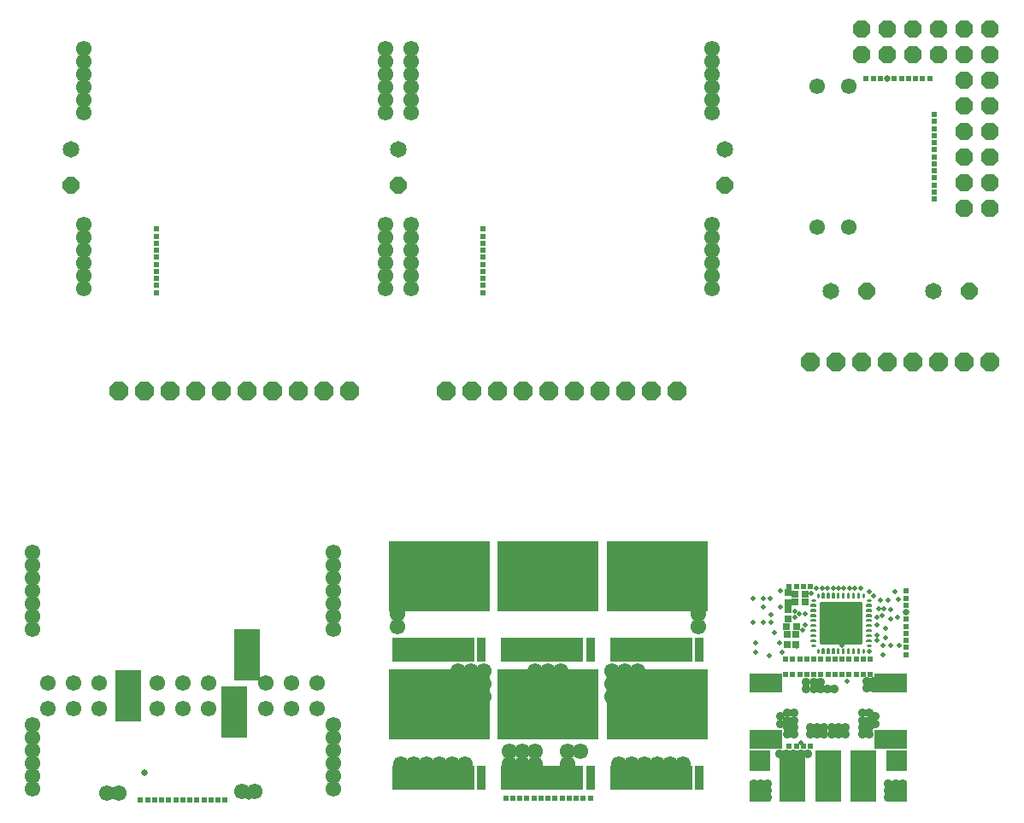
<source format=gbr>
G04 EAGLE Gerber RS-274X export*
G75*
%MOMM*%
%FSLAX34Y34*%
%LPD*%
%INSoldermask Top*%
%IPPOS*%
%AMOC8*
5,1,8,0,0,1.08239X$1,22.5*%
G01*
%ADD10R,3.250800X1.850800*%
%ADD11R,0.650800X0.750800*%
%ADD12R,0.750800X0.650800*%
%ADD13P,1.787026X8X22.500000*%
%ADD14C,1.651000*%
%ADD15C,0.252047*%
%ADD16C,0.270800*%
%ADD17C,0.159772*%
%ADD18R,10.050800X7.050800*%
%ADD19R,0.950800X2.450800*%
%ADD20R,8.150800X2.450800*%
%ADD21C,0.609600*%
%ADD22C,0.660400*%
%ADD23R,2.590800X5.130800*%
%ADD24R,2.050800X2.050800*%
%ADD25C,1.550800*%
%ADD26P,1.869504X8X22.500000*%
%ADD27P,1.869504X8X292.500000*%
%ADD28P,1.979475X8X112.500000*%
%ADD29P,1.787026X8X292.500000*%
%ADD30C,0.504800*%
%ADD31C,0.875800*%
%ADD32C,0.654800*%


D10*
X748665Y175962D03*
X748665Y231962D03*
X872236Y175962D03*
X872236Y231962D03*
D11*
X778019Y312420D03*
X788019Y312420D03*
D12*
X770636Y305165D03*
X770636Y295165D03*
X770636Y312056D03*
X770636Y322056D03*
X770255Y270400D03*
X770255Y280400D03*
X778129Y270400D03*
X778129Y280400D03*
D13*
X849122Y620522D03*
D14*
X813562Y620522D03*
D13*
X950722Y620522D03*
D14*
X915162Y620522D03*
D15*
X842958Y271785D02*
X803470Y271785D01*
X803470Y311273D01*
X842958Y311273D01*
X842958Y271785D01*
X842958Y274179D02*
X803470Y274179D01*
X803470Y276573D02*
X842958Y276573D01*
X842958Y278967D02*
X803470Y278967D01*
X803470Y281361D02*
X842958Y281361D01*
X842958Y283755D02*
X803470Y283755D01*
X803470Y286149D02*
X842958Y286149D01*
X842958Y288543D02*
X803470Y288543D01*
X803470Y290937D02*
X842958Y290937D01*
X842958Y293331D02*
X803470Y293331D01*
X803470Y295725D02*
X842958Y295725D01*
X842958Y298119D02*
X803470Y298119D01*
X803470Y300513D02*
X842958Y300513D01*
X842958Y302907D02*
X803470Y302907D01*
X803470Y305301D02*
X842958Y305301D01*
X842958Y307695D02*
X803470Y307695D01*
X803470Y310089D02*
X842958Y310089D01*
D16*
X797114Y314029D02*
X794314Y314029D01*
D17*
X793759Y309584D02*
X793759Y308474D01*
X793759Y309584D02*
X797669Y309584D01*
X797669Y308474D01*
X793759Y308474D01*
X797669Y304584D02*
X797669Y303474D01*
X793759Y303474D01*
X793759Y304584D01*
X797669Y304584D01*
X797669Y299584D02*
X797669Y298474D01*
X793759Y298474D01*
X793759Y299584D01*
X797669Y299584D01*
X797669Y294584D02*
X797669Y293474D01*
X793759Y293474D01*
X793759Y294584D01*
X797669Y294584D01*
X797669Y289584D02*
X797669Y288474D01*
X793759Y288474D01*
X793759Y289584D01*
X797669Y289584D01*
X797669Y284584D02*
X797669Y283474D01*
X793759Y283474D01*
X793759Y284584D01*
X797669Y284584D01*
X797669Y279584D02*
X797669Y278474D01*
X793759Y278474D01*
X793759Y279584D01*
X797669Y279584D01*
X797669Y274584D02*
X797669Y273474D01*
X793759Y273474D01*
X793759Y274584D01*
X797669Y274584D01*
D16*
X797114Y269029D02*
X794314Y269029D01*
X800714Y265429D02*
X800714Y262629D01*
D17*
X805159Y265984D02*
X806269Y265984D01*
X806269Y262074D01*
X805159Y262074D01*
X805159Y265984D01*
X805159Y263592D02*
X806269Y263592D01*
X806269Y265110D02*
X805159Y265110D01*
X810159Y265984D02*
X811269Y265984D01*
X811269Y262074D01*
X810159Y262074D01*
X810159Y265984D01*
X810159Y263592D02*
X811269Y263592D01*
X811269Y265110D02*
X810159Y265110D01*
X815159Y265984D02*
X816269Y265984D01*
X816269Y262074D01*
X815159Y262074D01*
X815159Y265984D01*
X815159Y263592D02*
X816269Y263592D01*
X816269Y265110D02*
X815159Y265110D01*
X820159Y265984D02*
X821269Y265984D01*
X821269Y262074D01*
X820159Y262074D01*
X820159Y265984D01*
X820159Y263592D02*
X821269Y263592D01*
X821269Y265110D02*
X820159Y265110D01*
X825159Y265984D02*
X826269Y265984D01*
X826269Y262074D01*
X825159Y262074D01*
X825159Y265984D01*
X825159Y263592D02*
X826269Y263592D01*
X826269Y265110D02*
X825159Y265110D01*
X830159Y265984D02*
X831269Y265984D01*
X831269Y262074D01*
X830159Y262074D01*
X830159Y265984D01*
X830159Y263592D02*
X831269Y263592D01*
X831269Y265110D02*
X830159Y265110D01*
X835159Y265984D02*
X836269Y265984D01*
X836269Y262074D01*
X835159Y262074D01*
X835159Y265984D01*
X835159Y263592D02*
X836269Y263592D01*
X836269Y265110D02*
X835159Y265110D01*
X840159Y265984D02*
X841269Y265984D01*
X841269Y262074D01*
X840159Y262074D01*
X840159Y265984D01*
X840159Y263592D02*
X841269Y263592D01*
X841269Y265110D02*
X840159Y265110D01*
D16*
X845714Y265429D02*
X845714Y262629D01*
X849314Y269029D02*
X852114Y269029D01*
D17*
X848759Y273474D02*
X848759Y274584D01*
X852669Y274584D01*
X852669Y273474D01*
X848759Y273474D01*
X848759Y278474D02*
X848759Y279584D01*
X852669Y279584D01*
X852669Y278474D01*
X848759Y278474D01*
X848759Y283474D02*
X848759Y284584D01*
X852669Y284584D01*
X852669Y283474D01*
X848759Y283474D01*
X848759Y288474D02*
X848759Y289584D01*
X852669Y289584D01*
X852669Y288474D01*
X848759Y288474D01*
X848759Y293474D02*
X848759Y294584D01*
X852669Y294584D01*
X852669Y293474D01*
X848759Y293474D01*
X848759Y298474D02*
X848759Y299584D01*
X852669Y299584D01*
X852669Y298474D01*
X848759Y298474D01*
X848759Y303474D02*
X848759Y304584D01*
X852669Y304584D01*
X852669Y303474D01*
X848759Y303474D01*
X848759Y308474D02*
X848759Y309584D01*
X852669Y309584D01*
X852669Y308474D01*
X848759Y308474D01*
D16*
X849314Y314029D02*
X852114Y314029D01*
X845714Y317629D02*
X845714Y320429D01*
D17*
X841269Y317074D02*
X840159Y317074D01*
X840159Y320984D01*
X841269Y320984D01*
X841269Y317074D01*
X841269Y318592D02*
X840159Y318592D01*
X840159Y320110D02*
X841269Y320110D01*
X836269Y317074D02*
X835159Y317074D01*
X835159Y320984D01*
X836269Y320984D01*
X836269Y317074D01*
X836269Y318592D02*
X835159Y318592D01*
X835159Y320110D02*
X836269Y320110D01*
X831269Y317074D02*
X830159Y317074D01*
X830159Y320984D01*
X831269Y320984D01*
X831269Y317074D01*
X831269Y318592D02*
X830159Y318592D01*
X830159Y320110D02*
X831269Y320110D01*
X826269Y317074D02*
X825159Y317074D01*
X825159Y320984D01*
X826269Y320984D01*
X826269Y317074D01*
X826269Y318592D02*
X825159Y318592D01*
X825159Y320110D02*
X826269Y320110D01*
X821269Y317074D02*
X820159Y317074D01*
X820159Y320984D01*
X821269Y320984D01*
X821269Y317074D01*
X821269Y318592D02*
X820159Y318592D01*
X820159Y320110D02*
X821269Y320110D01*
X816269Y317074D02*
X815159Y317074D01*
X815159Y320984D01*
X816269Y320984D01*
X816269Y317074D01*
X816269Y318592D02*
X815159Y318592D01*
X815159Y320110D02*
X816269Y320110D01*
X811269Y317074D02*
X810159Y317074D01*
X810159Y320984D01*
X811269Y320984D01*
X811269Y317074D01*
X811269Y318592D02*
X810159Y318592D01*
X810159Y320110D02*
X811269Y320110D01*
X806269Y317074D02*
X805159Y317074D01*
X805159Y320984D01*
X806269Y320984D01*
X806269Y317074D01*
X806269Y318592D02*
X805159Y318592D01*
X805159Y320110D02*
X806269Y320110D01*
D16*
X800714Y320429D02*
X800714Y317629D01*
D18*
X425196Y338111D03*
D19*
X467196Y265111D03*
D20*
X419196Y265111D03*
D21*
X810451Y255969D03*
X803466Y255969D03*
X796481Y255969D03*
X789496Y255969D03*
X782511Y255969D03*
X775526Y255969D03*
X768541Y255969D03*
X817436Y255969D03*
X824421Y255969D03*
X831406Y255969D03*
X838391Y255969D03*
X845376Y255969D03*
X852361Y255969D03*
X888175Y323279D03*
X888175Y316294D03*
X888175Y309309D03*
D22*
X888175Y302324D03*
D21*
X888175Y295339D03*
X888175Y288354D03*
X888175Y281369D03*
X888175Y274384D03*
X888175Y267399D03*
X888175Y260414D03*
X792988Y327597D03*
X786003Y327597D03*
X779018Y327597D03*
X772033Y327597D03*
X768541Y240919D03*
X775526Y240919D03*
X782511Y240919D03*
X789496Y240919D03*
X796481Y240919D03*
X803466Y240919D03*
X810451Y240919D03*
X817436Y240919D03*
X824421Y240919D03*
X831406Y240919D03*
X838391Y240919D03*
X845376Y240919D03*
X852361Y240919D03*
X772033Y169291D03*
X779018Y169291D03*
X786003Y169291D03*
X792988Y169291D03*
D11*
X788019Y320294D03*
X778019Y320294D03*
X779510Y287782D03*
X769510Y287782D03*
D23*
X775272Y139891D03*
X810451Y139891D03*
X845693Y139891D03*
D24*
X742696Y124460D03*
X878269Y124460D03*
X742696Y155321D03*
X878269Y155321D03*
D21*
X915670Y753872D03*
X915670Y746887D03*
X915670Y739902D03*
X915670Y732917D03*
X915670Y725932D03*
X915670Y718947D03*
X915670Y711962D03*
X915670Y760857D03*
X915670Y767842D03*
X915670Y774827D03*
X915670Y781812D03*
X915670Y788797D03*
X915670Y795782D03*
X848360Y831596D03*
X855345Y831596D03*
X862330Y831596D03*
D22*
X869315Y831596D03*
D21*
X876300Y831596D03*
X883285Y831596D03*
X890270Y831596D03*
X897255Y831596D03*
X904240Y831596D03*
X911225Y831596D03*
D25*
X799592Y684276D03*
X831342Y684276D03*
X799592Y823468D03*
X831342Y823468D03*
D26*
X844042Y855472D03*
X844042Y880872D03*
X869442Y855472D03*
X869442Y880872D03*
X894842Y855472D03*
X894842Y880872D03*
X920242Y855472D03*
X920242Y880872D03*
D27*
X945642Y880872D03*
X971042Y880872D03*
X945642Y855472D03*
X971042Y855472D03*
X945642Y830072D03*
X971042Y830072D03*
X945642Y804672D03*
X971042Y804672D03*
X945642Y779272D03*
X971042Y779272D03*
X945642Y753872D03*
X971042Y753872D03*
X945642Y728472D03*
X971042Y728472D03*
X945642Y703072D03*
X971042Y703072D03*
D28*
X793242Y550672D03*
X818642Y550672D03*
X844042Y550672D03*
X869442Y550672D03*
X894842Y550672D03*
X920242Y550672D03*
X945642Y550672D03*
X971042Y550672D03*
D29*
X384556Y725932D03*
D14*
X384556Y761492D03*
D29*
X708406Y725932D03*
D14*
X708406Y761492D03*
D25*
X88900Y231775D03*
X63500Y231775D03*
X38100Y231775D03*
D21*
X491236Y117983D03*
X498221Y117983D03*
X505206Y117983D03*
X512191Y117983D03*
X519176Y117983D03*
X526161Y117983D03*
X533146Y117983D03*
X540131Y117983D03*
X547116Y117983D03*
X554101Y117983D03*
X561086Y117983D03*
X568071Y117983D03*
X575056Y117983D03*
D18*
X425196Y211111D03*
D19*
X467196Y138111D03*
D20*
X419196Y138111D03*
D18*
X533146Y338111D03*
D19*
X575146Y265111D03*
D20*
X527146Y265111D03*
D18*
X533146Y211111D03*
D19*
X575146Y138111D03*
D20*
X527146Y138111D03*
D18*
X641096Y338111D03*
D19*
X683096Y265111D03*
D20*
X635096Y265111D03*
D18*
X641096Y211111D03*
D19*
X683096Y138111D03*
D20*
X635096Y138111D03*
D21*
X129540Y115697D03*
X136525Y115697D03*
X143510Y115697D03*
X150495Y115697D03*
X157480Y115697D03*
X164465Y115697D03*
X171450Y115697D03*
X178435Y115697D03*
X185420Y115697D03*
X192405Y115697D03*
X199390Y115697D03*
X206375Y115697D03*
X213360Y115697D03*
D23*
X117475Y219075D03*
X222250Y203200D03*
X234950Y260350D03*
D25*
X38100Y206375D03*
X63500Y206375D03*
X88900Y206375D03*
X146050Y206375D03*
X171450Y206375D03*
X196850Y206375D03*
X196850Y231775D03*
X171450Y231775D03*
X146050Y231775D03*
X304800Y231775D03*
X279400Y231775D03*
X254000Y231775D03*
X254000Y206375D03*
X279400Y206375D03*
X304800Y206375D03*
D29*
X60706Y725932D03*
D14*
X60706Y761492D03*
D28*
X108331Y521462D03*
X133731Y521462D03*
X159131Y521462D03*
X184531Y521462D03*
X209931Y521462D03*
X235331Y521462D03*
X260731Y521462D03*
X286131Y521462D03*
X311531Y521462D03*
X336931Y521462D03*
X432181Y521462D03*
X457581Y521462D03*
X482981Y521462D03*
X508381Y521462D03*
X533781Y521462D03*
X559181Y521462D03*
X584581Y521462D03*
X609981Y521462D03*
X635381Y521462D03*
X660781Y521462D03*
D21*
X144907Y682244D03*
X144907Y675259D03*
X144907Y668274D03*
X144907Y661289D03*
X144907Y654304D03*
X144907Y647319D03*
X144907Y640334D03*
X144907Y633349D03*
X144907Y626364D03*
X144907Y619379D03*
X468757Y682244D03*
X468757Y675259D03*
X468757Y668274D03*
X468757Y661289D03*
X468757Y654304D03*
X468757Y647319D03*
X468757Y640334D03*
X468757Y633349D03*
X468757Y626364D03*
X468757Y619379D03*
D30*
X762580Y271805D03*
X736266Y292069D03*
X842671Y325946D03*
X799239Y325958D03*
X867029Y286228D03*
X753889Y291973D03*
X864870Y269605D03*
X872744Y269605D03*
X862013Y313961D03*
X869887Y313961D03*
X736363Y315595D03*
X804734Y310009D03*
X841693Y290449D03*
X823214Y291529D03*
X841693Y308814D03*
X804736Y284099D03*
X751967Y258890D03*
X778447Y319215D03*
X824040Y269558D03*
X746363Y291973D03*
X738366Y271805D03*
X804668Y325958D03*
X867029Y276623D03*
X880491Y315261D03*
X872617Y305292D03*
X879285Y296846D03*
X864870Y259605D03*
X794178Y320913D03*
D31*
X745173Y236855D03*
X752094Y236855D03*
X759016Y236855D03*
X738251Y236855D03*
X745173Y229934D03*
X752094Y229934D03*
X759016Y229934D03*
X738251Y229934D03*
X769430Y161925D03*
X776351Y161925D03*
X783273Y161925D03*
X762508Y161925D03*
X790194Y161925D03*
X776605Y202121D03*
X769684Y202121D03*
X769684Y181356D03*
X776605Y188278D03*
X769684Y188278D03*
X776605Y181356D03*
X776605Y195199D03*
X763715Y198628D03*
X769684Y195199D03*
X763715Y191707D03*
D30*
X829495Y233729D03*
D31*
X799910Y188278D03*
X806831Y188278D03*
X813753Y188278D03*
X792988Y188278D03*
X799910Y181356D03*
X806831Y181356D03*
X813753Y181356D03*
X792988Y181356D03*
X820674Y181356D03*
X820674Y188278D03*
X827596Y181356D03*
X827596Y188278D03*
X844296Y202121D03*
X851218Y202121D03*
X851218Y181356D03*
X844296Y188278D03*
X851218Y188278D03*
X844296Y181356D03*
X844296Y195199D03*
X857187Y198628D03*
X851218Y195199D03*
X857187Y191707D03*
X855345Y233617D03*
X862267Y233617D03*
X869188Y233617D03*
X848424Y233617D03*
X855345Y226695D03*
X862267Y226695D03*
X869188Y226695D03*
X848424Y226695D03*
D30*
X753952Y299911D03*
D25*
X371856Y861187D03*
X371856Y848487D03*
X371856Y835787D03*
X371856Y823087D03*
X371856Y810387D03*
X371856Y797687D03*
X397256Y797687D03*
X397256Y810387D03*
X397256Y823087D03*
X397256Y835787D03*
X397256Y848487D03*
X397256Y861187D03*
X695706Y861187D03*
X695706Y848487D03*
X695706Y835787D03*
X695706Y823087D03*
X695706Y810387D03*
X695706Y797687D03*
X73406Y861187D03*
X73406Y848487D03*
X73406Y835787D03*
X73406Y823087D03*
X73406Y810387D03*
X73406Y797687D03*
D30*
X763254Y323469D03*
X763254Y307721D03*
X753254Y315595D03*
X851662Y263081D03*
X855948Y318798D03*
X837242Y325958D03*
X777295Y297477D03*
X782120Y300329D03*
X815526Y325958D03*
X810097Y325947D03*
X787549Y300237D03*
X872617Y295292D03*
X863979Y299321D03*
X858584Y297039D03*
X860489Y306024D03*
X788277Y289369D03*
X858593Y279513D03*
X785682Y284286D03*
X858584Y274084D03*
X831813Y325958D03*
X858563Y289832D03*
X865918Y306024D03*
X826384Y325958D03*
X820955Y325958D03*
X877093Y322279D03*
X738366Y262305D03*
X746363Y307721D03*
X765366Y262305D03*
X746363Y315595D03*
X851751Y322279D03*
X779336Y268177D03*
X757207Y282321D03*
X784005Y172723D03*
D31*
X750697Y132461D03*
X736854Y125540D03*
X743776Y132461D03*
X736854Y118618D03*
X736854Y132461D03*
X743776Y118618D03*
X743776Y125540D03*
X750697Y118618D03*
X750697Y125540D03*
X884111Y132461D03*
X870268Y125540D03*
X877189Y132461D03*
X870268Y118618D03*
X870268Y132461D03*
X877189Y118618D03*
X877189Y125540D03*
X884111Y118618D03*
X884111Y125540D03*
D30*
X883285Y161798D03*
D31*
X795909Y232918D03*
X802831Y232918D03*
X816674Y225997D03*
X788988Y232918D03*
X795909Y225997D03*
X802831Y225997D03*
X809752Y225997D03*
X788988Y225997D03*
D30*
X779510Y287782D03*
X777295Y303182D03*
X880618Y269605D03*
X425196Y211111D03*
D25*
X469646Y218186D03*
X456946Y218186D03*
X444246Y230886D03*
X469646Y230886D03*
X444246Y218186D03*
X456946Y230886D03*
X444246Y243586D03*
X469646Y243586D03*
X456946Y243586D03*
D30*
X467323Y139635D03*
D25*
X387096Y138811D03*
X399796Y138811D03*
X412496Y138811D03*
X425196Y138811D03*
X437896Y138811D03*
X450596Y138811D03*
X450596Y151511D03*
X437896Y151511D03*
X425196Y151511D03*
X412496Y151511D03*
X399796Y151511D03*
X387096Y151511D03*
X564896Y164338D03*
X495046Y151511D03*
X507746Y151511D03*
X520446Y151511D03*
X507746Y138811D03*
X520446Y138811D03*
X552196Y151511D03*
X552196Y138811D03*
X495046Y164211D03*
X507746Y164211D03*
X520446Y164211D03*
X552196Y164211D03*
D30*
X575146Y265111D03*
X533146Y191135D03*
D25*
X533146Y230886D03*
X533146Y218186D03*
X520446Y218186D03*
X520446Y230886D03*
X533146Y243586D03*
X520446Y243586D03*
X545846Y243586D03*
X545846Y230886D03*
X545846Y218186D03*
D30*
X683096Y265111D03*
X641096Y178435D03*
D25*
X609346Y230886D03*
X609346Y218186D03*
X596646Y230886D03*
X596646Y243586D03*
X609346Y243586D03*
X622046Y243586D03*
X622046Y230886D03*
X622046Y218186D03*
X596646Y218186D03*
D30*
X683096Y138111D03*
D25*
X602996Y138811D03*
X602996Y151511D03*
X615696Y151511D03*
X628396Y151511D03*
X641096Y151511D03*
X653796Y151511D03*
X666496Y151511D03*
X666496Y138811D03*
X653796Y138811D03*
X641096Y138811D03*
X628396Y138811D03*
X615696Y138811D03*
D30*
X533146Y335661D03*
D25*
X682371Y288036D03*
X682371Y300736D03*
X682371Y313436D03*
X682371Y326136D03*
X682371Y338836D03*
X682371Y351536D03*
X682371Y364236D03*
X383921Y364236D03*
X383921Y351536D03*
X383921Y338836D03*
X383921Y326136D03*
X383921Y313436D03*
X383921Y300736D03*
X383921Y288036D03*
X320675Y349250D03*
X320675Y361950D03*
X22225Y361950D03*
X22225Y349250D03*
X320675Y336550D03*
X320675Y323850D03*
X320675Y311150D03*
X320675Y298450D03*
X320675Y285750D03*
X22225Y336550D03*
X22225Y323850D03*
X22225Y311150D03*
X22225Y298450D03*
X22225Y285750D03*
D32*
X133350Y142875D03*
X236474Y119574D03*
D25*
X320675Y139700D03*
X320675Y127000D03*
X22225Y139700D03*
X22225Y127000D03*
X320675Y152400D03*
X320675Y165100D03*
X320675Y177800D03*
X320675Y190500D03*
X22225Y152400D03*
X22225Y165100D03*
X22225Y177800D03*
X22225Y190500D03*
X95758Y123063D03*
X108331Y123190D03*
X242697Y124841D03*
X229870Y124206D03*
X695706Y623062D03*
X695706Y635762D03*
X695706Y648462D03*
X695706Y661162D03*
X695706Y673862D03*
X695706Y686562D03*
X73406Y623062D03*
X73406Y635762D03*
X73406Y648462D03*
X73406Y661162D03*
X73406Y673862D03*
X73406Y686562D03*
X371856Y623062D03*
X371856Y635762D03*
X371856Y648462D03*
X371856Y661162D03*
X371856Y673862D03*
X371856Y686562D03*
X397256Y623062D03*
X397256Y635762D03*
X397256Y648462D03*
X397256Y661162D03*
X397256Y673862D03*
X397256Y686562D03*
M02*

</source>
